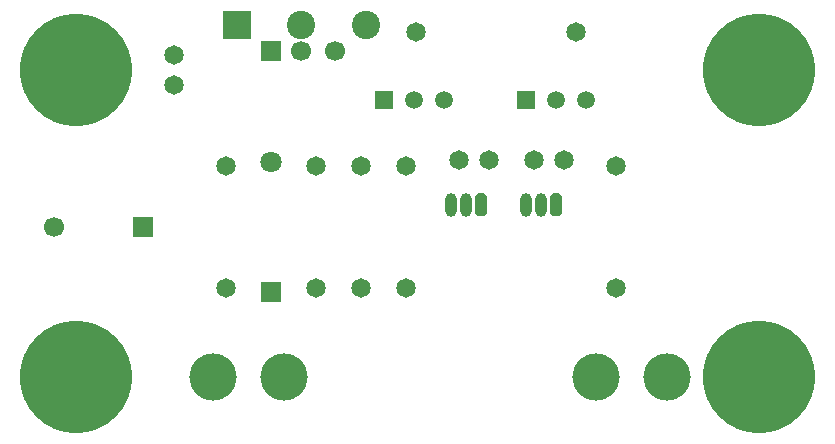
<source format=gtl>
G04 DipTrace 2.4.0.2*
%INSuperSimplePowerSupply.gtl*%
%MOIN*%
%ADD14C,0.065*%
%ADD15R,0.0669X0.0669*%
%ADD16C,0.0669*%
%ADD17R,0.0591X0.0591*%
%ADD18C,0.0591*%
%ADD19C,0.1575*%
%ADD20R,0.0709X0.0709*%
%ADD21C,0.0709*%
%ADD22C,0.375*%
%ADD23R,0.0945X0.0945*%
%ADD24C,0.0945*%
%ADD25O,0.0394X0.0787*%
%FSLAX44Y44*%
G04*
G70*
G90*
G75*
G01*
%LNTop*%
%LPD*%
D14*
X19000Y35250D3*
X18000D3*
X20500D3*
X21500D3*
X8500Y37750D3*
Y38750D3*
D15*
X7476Y33000D3*
D16*
X4524D3*
D17*
X15500Y37250D3*
D18*
X16500D3*
X17500D3*
D17*
X20250D3*
D18*
X21250D3*
X22250D3*
D19*
X24931Y28000D3*
X22569D3*
X9819D3*
X12181D3*
D20*
X11750Y30825D3*
D21*
Y35175D3*
D22*
X5250Y38250D3*
X28000D3*
X5250Y28000D3*
X28000D3*
D23*
X10604Y39750D3*
D24*
X12750D3*
X14896D3*
D15*
X11750Y38875D3*
D16*
X13875D3*
X12750D3*
G36*
X18947Y34045D2*
X18848Y34144D1*
X18652D1*
X18553Y34045D1*
Y33455D1*
X18652Y33356D1*
X18848D1*
X18947Y33455D1*
Y34045D1*
G37*
D25*
X18250Y33750D3*
X17750D3*
D14*
X13250Y30963D3*
Y35037D3*
X21917Y39500D3*
X16583D3*
X16250Y35037D3*
Y30963D3*
X14750D3*
Y35037D3*
X10250Y30963D3*
Y35037D3*
X23250Y30963D3*
Y35037D3*
G36*
X21447Y34045D2*
X21348Y34144D1*
X21152D1*
X21053Y34045D1*
Y33455D1*
X21152Y33356D1*
X21348D1*
X21447Y33455D1*
Y34045D1*
G37*
D25*
X20750Y33750D3*
X20250D3*
M02*

</source>
